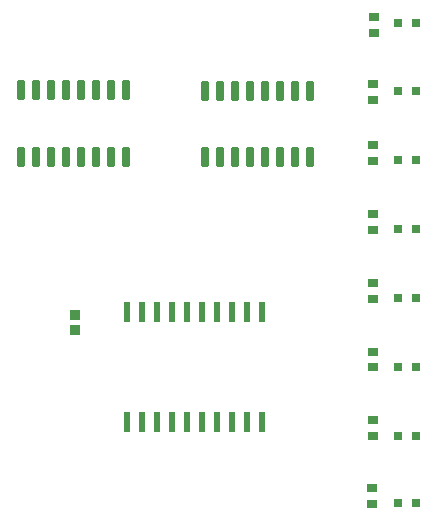
<source format=gtp>
G04*
G04 #@! TF.GenerationSoftware,Altium Limited,Altium Designer,25.2.1 (25)*
G04*
G04 Layer_Color=8421504*
%FSLAX44Y44*%
%MOMM*%
G71*
G04*
G04 #@! TF.SameCoordinates,3A3D6F5A-BCF4-428E-B5E6-7A3BCBBF857E*
G04*
G04*
G04 #@! TF.FilePolarity,Positive*
G04*
G01*
G75*
%ADD15R,0.8000X0.8000*%
G04:AMPARAMS|DCode=16|XSize=0.65mm|YSize=1.65mm|CornerRadius=0.0488mm|HoleSize=0mm|Usage=FLASHONLY|Rotation=180.000|XOffset=0mm|YOffset=0mm|HoleType=Round|Shape=RoundedRectangle|*
%AMROUNDEDRECTD16*
21,1,0.6500,1.5525,0,0,180.0*
21,1,0.5525,1.6500,0,0,180.0*
1,1,0.0975,-0.2763,0.7763*
1,1,0.0975,0.2763,0.7763*
1,1,0.0975,0.2763,-0.7763*
1,1,0.0975,-0.2763,-0.7763*
%
%ADD16ROUNDEDRECTD16*%
G04:AMPARAMS|DCode=17|XSize=0.55mm|YSize=1.7mm|CornerRadius=0.0495mm|HoleSize=0mm|Usage=FLASHONLY|Rotation=0.000|XOffset=0mm|YOffset=0mm|HoleType=Round|Shape=RoundedRectangle|*
%AMROUNDEDRECTD17*
21,1,0.5500,1.6010,0,0,0.0*
21,1,0.4510,1.7000,0,0,0.0*
1,1,0.0990,0.2255,-0.8005*
1,1,0.0990,-0.2255,-0.8005*
1,1,0.0990,-0.2255,0.8005*
1,1,0.0990,0.2255,0.8005*
%
%ADD17ROUNDEDRECTD17*%
%ADD18R,0.9500X0.8000*%
%ADD19R,0.9500X0.9500*%
D15*
X1068750Y821607D02*
D03*
X1053750D02*
D03*
X1053500Y648000D02*
D03*
X1068500D02*
D03*
X1053750Y705035D02*
D03*
X1068750D02*
D03*
X1053750Y763321D02*
D03*
X1068750D02*
D03*
X1053750Y879893D02*
D03*
X1068750D02*
D03*
X1053750Y996464D02*
D03*
X1068750D02*
D03*
X1053750Y1054750D02*
D03*
X1068750D02*
D03*
X1053750Y938178D02*
D03*
X1068750D02*
D03*
D16*
X822700Y997250D02*
D03*
X810000D02*
D03*
X797300D02*
D03*
X784600D02*
D03*
X771900D02*
D03*
X759200D02*
D03*
X746500D02*
D03*
X733800D02*
D03*
X822700Y940750D02*
D03*
X810000D02*
D03*
X797300D02*
D03*
X784600D02*
D03*
X771900D02*
D03*
X759200D02*
D03*
X746500D02*
D03*
X733800D02*
D03*
X978450Y997000D02*
D03*
X965750D02*
D03*
X953050D02*
D03*
X940350D02*
D03*
X927650D02*
D03*
X914950D02*
D03*
X902250D02*
D03*
X889550D02*
D03*
X978450Y940501D02*
D03*
X965750D02*
D03*
X953050D02*
D03*
X940350D02*
D03*
X927650D02*
D03*
X914950D02*
D03*
X902250D02*
D03*
X889550D02*
D03*
D17*
X823600Y716500D02*
D03*
X836300D02*
D03*
X849000D02*
D03*
X861700D02*
D03*
X874400D02*
D03*
X887100D02*
D03*
X899800D02*
D03*
X912500D02*
D03*
X925200D02*
D03*
X937900D02*
D03*
X823600Y809500D02*
D03*
X836300D02*
D03*
X849000D02*
D03*
X861700D02*
D03*
X874400D02*
D03*
X887100D02*
D03*
X899800D02*
D03*
X912500D02*
D03*
X925200D02*
D03*
X937900D02*
D03*
D18*
X1031750Y660750D02*
D03*
Y647250D02*
D03*
X1032000Y717857D02*
D03*
Y704357D02*
D03*
Y776214D02*
D03*
Y762714D02*
D03*
Y834572D02*
D03*
Y821072D02*
D03*
Y892929D02*
D03*
Y879429D02*
D03*
Y951286D02*
D03*
Y937786D02*
D03*
X1032000Y1002893D02*
D03*
Y989393D02*
D03*
X1033250Y1059750D02*
D03*
Y1046250D02*
D03*
D19*
X780000Y806750D02*
D03*
Y794250D02*
D03*
M02*

</source>
